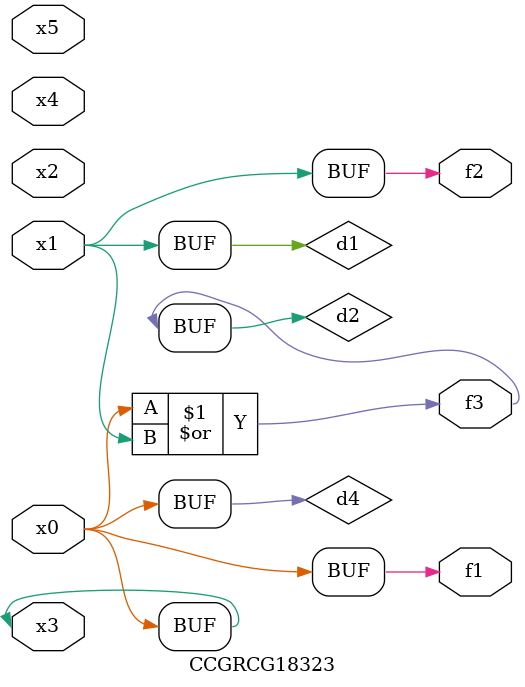
<source format=v>
module CCGRCG18323(
	input x0, x1, x2, x3, x4, x5,
	output f1, f2, f3
);

	wire d1, d2, d3, d4;

	and (d1, x1);
	or (d2, x0, x1);
	nand (d3, x0, x5);
	buf (d4, x0, x3);
	assign f1 = d4;
	assign f2 = d1;
	assign f3 = d2;
endmodule

</source>
